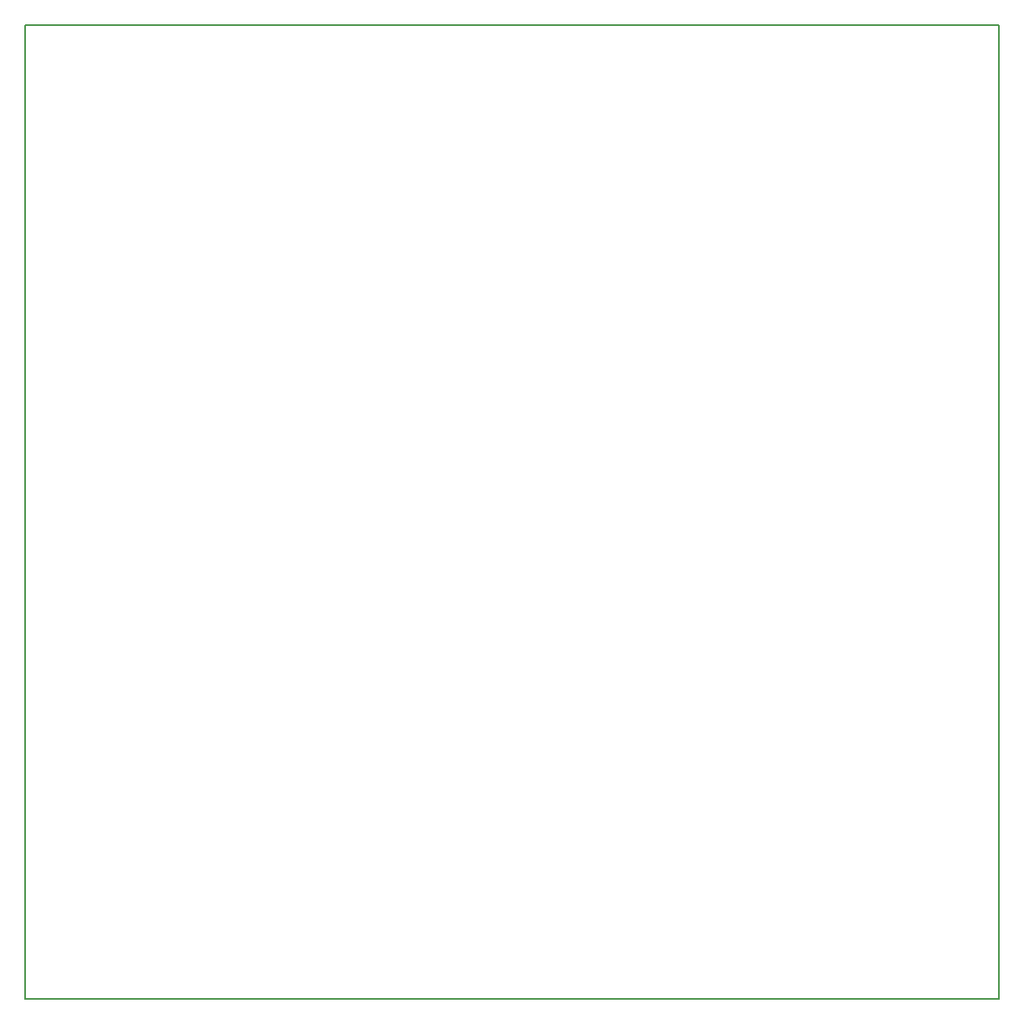
<source format=gbr>
G04 #@! TF.FileFunction,Profile,NP*
%FSLAX46Y46*%
G04 Gerber Fmt 4.6, Leading zero omitted, Abs format (unit mm)*
G04 Created by KiCad (PCBNEW 4.0.7) date 05/14/18 04:12:04*
%MOMM*%
%LPD*%
G01*
G04 APERTURE LIST*
%ADD10C,0.100000*%
%ADD11C,0.150000*%
G04 APERTURE END LIST*
D10*
D11*
X45466000Y-45720000D02*
X46482000Y-45720000D01*
X45466000Y-144272000D02*
X45466000Y-45720000D01*
X144018000Y-144272000D02*
X45466000Y-144272000D01*
X144018000Y-45720000D02*
X144018000Y-144272000D01*
X46482000Y-45720000D02*
X144018000Y-45720000D01*
M02*

</source>
